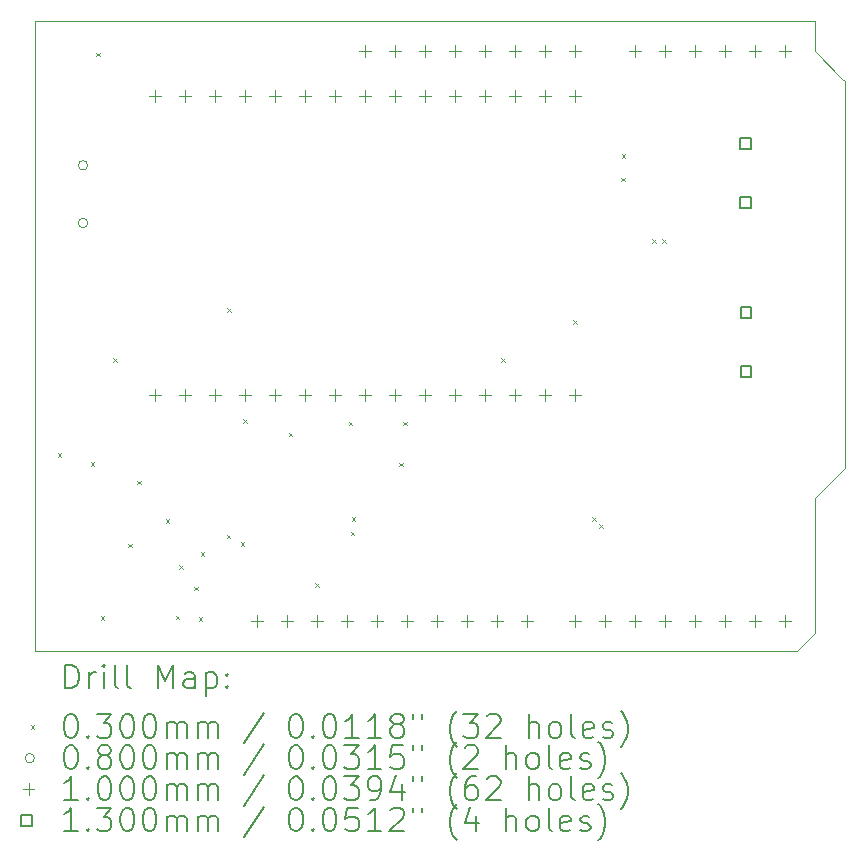
<source format=gbr>
%TF.GenerationSoftware,KiCad,Pcbnew,8.0.2*%
%TF.CreationDate,2024-05-23T15:50:05-04:00*%
%TF.ProjectId,ORA_Arduino_ESP_CAN_Shield_Rev_1.1,4f52415f-4172-4647-9569-6e6f5f455350,rev?*%
%TF.SameCoordinates,Original*%
%TF.FileFunction,Drillmap*%
%TF.FilePolarity,Positive*%
%FSLAX45Y45*%
G04 Gerber Fmt 4.5, Leading zero omitted, Abs format (unit mm)*
G04 Created by KiCad (PCBNEW 8.0.2) date 2024-05-23 15:50:05*
%MOMM*%
%LPD*%
G01*
G04 APERTURE LIST*
%ADD10C,0.050000*%
%ADD11C,0.200000*%
%ADD12C,0.100000*%
%ADD13C,0.130000*%
G04 APERTURE END LIST*
D10*
X9230000Y-6067000D02*
X9236000Y-6061000D01*
X8982000Y-6315000D02*
X8982000Y-6327000D01*
X9227000Y-6070000D02*
X9230000Y-6067000D01*
X2378000Y-2277000D02*
X2378000Y-7596000D01*
X8982000Y-7431000D02*
X8982000Y-6327000D01*
X2378000Y-7611000D02*
X8819000Y-7611000D01*
X8982000Y-2531000D02*
X8982000Y-2290000D01*
X7533000Y-2277000D02*
X2378000Y-2277000D01*
X8851000Y-7590000D02*
X8972000Y-7469000D01*
X9236000Y-2785000D02*
X9216000Y-2765000D01*
X8830000Y-7611000D02*
X8819000Y-7611000D01*
X9216000Y-2765000D02*
X8982000Y-2531000D01*
X2378000Y-7596000D02*
X2378000Y-7611000D01*
X8982000Y-2290000D02*
X8982000Y-2277000D01*
X8993000Y-6304000D02*
X9227000Y-6070000D01*
X8982000Y-2277000D02*
X8963000Y-2277000D01*
X8982000Y-7459000D02*
X8982000Y-7451000D01*
X9236000Y-2801000D02*
X9236000Y-2785000D01*
X8972000Y-7469000D02*
X8982000Y-7459000D01*
X8982000Y-7431000D02*
X8982000Y-7451000D01*
X8993000Y-6304000D02*
X8982000Y-6315000D01*
X8851000Y-7590000D02*
X8830000Y-7611000D01*
X9236000Y-6061000D02*
X9236000Y-2801000D01*
X8963000Y-2277000D02*
X7533000Y-2277000D01*
D11*
D12*
X2570500Y-5938000D02*
X2600500Y-5968000D01*
X2600500Y-5938000D02*
X2570500Y-5968000D01*
X2852500Y-6014000D02*
X2882500Y-6044000D01*
X2882500Y-6014000D02*
X2852500Y-6044000D01*
X2897000Y-2547000D02*
X2927000Y-2577000D01*
X2927000Y-2547000D02*
X2897000Y-2577000D01*
X2938000Y-7315000D02*
X2968000Y-7345000D01*
X2968000Y-7315000D02*
X2938000Y-7345000D01*
X3041000Y-5133000D02*
X3071000Y-5163000D01*
X3071000Y-5133000D02*
X3041000Y-5163000D01*
X3169000Y-6704000D02*
X3199000Y-6734000D01*
X3199000Y-6704000D02*
X3169000Y-6734000D01*
X3247500Y-6167000D02*
X3277500Y-6197000D01*
X3277500Y-6167000D02*
X3247500Y-6197000D01*
X3488500Y-6494000D02*
X3518500Y-6524000D01*
X3518500Y-6494000D02*
X3488500Y-6524000D01*
X3571000Y-7311000D02*
X3601000Y-7341000D01*
X3601000Y-7311000D02*
X3571000Y-7341000D01*
X3599000Y-6885000D02*
X3629000Y-6915000D01*
X3629000Y-6885000D02*
X3599000Y-6915000D01*
X3729000Y-7066000D02*
X3759000Y-7096000D01*
X3759000Y-7066000D02*
X3729000Y-7096000D01*
X3766000Y-7326000D02*
X3796000Y-7356000D01*
X3796000Y-7326000D02*
X3766000Y-7356000D01*
X3784000Y-6772000D02*
X3814000Y-6802000D01*
X3814000Y-6772000D02*
X3784000Y-6802000D01*
X4001500Y-6626000D02*
X4031500Y-6656000D01*
X4031500Y-6626000D02*
X4001500Y-6656000D01*
X4007500Y-4709000D02*
X4037500Y-4739000D01*
X4037500Y-4709000D02*
X4007500Y-4739000D01*
X4121500Y-6689000D02*
X4151500Y-6719000D01*
X4151500Y-6689000D02*
X4121500Y-6719000D01*
X4143500Y-5650000D02*
X4173500Y-5680000D01*
X4173500Y-5650000D02*
X4143500Y-5680000D01*
X4526500Y-5763000D02*
X4556500Y-5793000D01*
X4556500Y-5763000D02*
X4526500Y-5793000D01*
X4751500Y-7038000D02*
X4781500Y-7068000D01*
X4781500Y-7038000D02*
X4751500Y-7068000D01*
X5035500Y-5669000D02*
X5065500Y-5699000D01*
X5065500Y-5669000D02*
X5035500Y-5699000D01*
X5052000Y-6601000D02*
X5082000Y-6631000D01*
X5082000Y-6601000D02*
X5052000Y-6631000D01*
X5060000Y-6476000D02*
X5090000Y-6506000D01*
X5090000Y-6476000D02*
X5060000Y-6506000D01*
X5462500Y-6018000D02*
X5492500Y-6048000D01*
X5492500Y-6018000D02*
X5462500Y-6048000D01*
X5498500Y-5671000D02*
X5528500Y-5701000D01*
X5528500Y-5671000D02*
X5498500Y-5701000D01*
X6329000Y-5133000D02*
X6359000Y-5163000D01*
X6359000Y-5133000D02*
X6329000Y-5163000D01*
X6939000Y-4812000D02*
X6969000Y-4842000D01*
X6969000Y-4812000D02*
X6939000Y-4842000D01*
X7098948Y-6478948D02*
X7128948Y-6508948D01*
X7128948Y-6478948D02*
X7098948Y-6508948D01*
X7159052Y-6539052D02*
X7189052Y-6569052D01*
X7189052Y-6539052D02*
X7159052Y-6569052D01*
X7345000Y-3604000D02*
X7375000Y-3634000D01*
X7375000Y-3604000D02*
X7345000Y-3634000D01*
X7348000Y-3405000D02*
X7378000Y-3435000D01*
X7378000Y-3405000D02*
X7348000Y-3435000D01*
X7604500Y-4122000D02*
X7634500Y-4152000D01*
X7634500Y-4122000D02*
X7604500Y-4152000D01*
X7689500Y-4122000D02*
X7719500Y-4152000D01*
X7719500Y-4122000D02*
X7689500Y-4152000D01*
X2826500Y-3499000D02*
G75*
G02*
X2746500Y-3499000I-40000J0D01*
G01*
X2746500Y-3499000D02*
G75*
G02*
X2826500Y-3499000I40000J0D01*
G01*
X2826500Y-3987000D02*
G75*
G02*
X2746500Y-3987000I-40000J0D01*
G01*
X2746500Y-3987000D02*
G75*
G02*
X2826500Y-3987000I40000J0D01*
G01*
X3397000Y-2861000D02*
X3397000Y-2961000D01*
X3347000Y-2911000D02*
X3447000Y-2911000D01*
X3397000Y-5396000D02*
X3397000Y-5496000D01*
X3347000Y-5446000D02*
X3447000Y-5446000D01*
X3651000Y-2861000D02*
X3651000Y-2961000D01*
X3601000Y-2911000D02*
X3701000Y-2911000D01*
X3651000Y-5396000D02*
X3651000Y-5496000D01*
X3601000Y-5446000D02*
X3701000Y-5446000D01*
X3905000Y-2861000D02*
X3905000Y-2961000D01*
X3855000Y-2911000D02*
X3955000Y-2911000D01*
X3905000Y-5396000D02*
X3905000Y-5496000D01*
X3855000Y-5446000D02*
X3955000Y-5446000D01*
X4159000Y-2861000D02*
X4159000Y-2961000D01*
X4109000Y-2911000D02*
X4209000Y-2911000D01*
X4159000Y-5396000D02*
X4159000Y-5496000D01*
X4109000Y-5446000D02*
X4209000Y-5446000D01*
X4256000Y-7308000D02*
X4256000Y-7408000D01*
X4206000Y-7358000D02*
X4306000Y-7358000D01*
X4413000Y-2861000D02*
X4413000Y-2961000D01*
X4363000Y-2911000D02*
X4463000Y-2911000D01*
X4413000Y-5396000D02*
X4413000Y-5496000D01*
X4363000Y-5446000D02*
X4463000Y-5446000D01*
X4510000Y-7308000D02*
X4510000Y-7408000D01*
X4460000Y-7358000D02*
X4560000Y-7358000D01*
X4667000Y-2861000D02*
X4667000Y-2961000D01*
X4617000Y-2911000D02*
X4717000Y-2911000D01*
X4667000Y-5396000D02*
X4667000Y-5496000D01*
X4617000Y-5446000D02*
X4717000Y-5446000D01*
X4764000Y-7308000D02*
X4764000Y-7408000D01*
X4714000Y-7358000D02*
X4814000Y-7358000D01*
X4921000Y-2861000D02*
X4921000Y-2961000D01*
X4871000Y-2911000D02*
X4971000Y-2911000D01*
X4921000Y-5396000D02*
X4921000Y-5496000D01*
X4871000Y-5446000D02*
X4971000Y-5446000D01*
X5018000Y-7308000D02*
X5018000Y-7408000D01*
X4968000Y-7358000D02*
X5068000Y-7358000D01*
X5171500Y-2482000D02*
X5171500Y-2582000D01*
X5121500Y-2532000D02*
X5221500Y-2532000D01*
X5175000Y-2861000D02*
X5175000Y-2961000D01*
X5125000Y-2911000D02*
X5225000Y-2911000D01*
X5175000Y-5396000D02*
X5175000Y-5496000D01*
X5125000Y-5446000D02*
X5225000Y-5446000D01*
X5272000Y-7308000D02*
X5272000Y-7408000D01*
X5222000Y-7358000D02*
X5322000Y-7358000D01*
X5425500Y-2482000D02*
X5425500Y-2582000D01*
X5375500Y-2532000D02*
X5475500Y-2532000D01*
X5429000Y-2861000D02*
X5429000Y-2961000D01*
X5379000Y-2911000D02*
X5479000Y-2911000D01*
X5429000Y-5396000D02*
X5429000Y-5496000D01*
X5379000Y-5446000D02*
X5479000Y-5446000D01*
X5526000Y-7308000D02*
X5526000Y-7408000D01*
X5476000Y-7358000D02*
X5576000Y-7358000D01*
X5679500Y-2482000D02*
X5679500Y-2582000D01*
X5629500Y-2532000D02*
X5729500Y-2532000D01*
X5683000Y-2861000D02*
X5683000Y-2961000D01*
X5633000Y-2911000D02*
X5733000Y-2911000D01*
X5683000Y-5396000D02*
X5683000Y-5496000D01*
X5633000Y-5446000D02*
X5733000Y-5446000D01*
X5780000Y-7308000D02*
X5780000Y-7408000D01*
X5730000Y-7358000D02*
X5830000Y-7358000D01*
X5933500Y-2482000D02*
X5933500Y-2582000D01*
X5883500Y-2532000D02*
X5983500Y-2532000D01*
X5937000Y-2861000D02*
X5937000Y-2961000D01*
X5887000Y-2911000D02*
X5987000Y-2911000D01*
X5937000Y-5396000D02*
X5937000Y-5496000D01*
X5887000Y-5446000D02*
X5987000Y-5446000D01*
X6034000Y-7308000D02*
X6034000Y-7408000D01*
X5984000Y-7358000D02*
X6084000Y-7358000D01*
X6187500Y-2482000D02*
X6187500Y-2582000D01*
X6137500Y-2532000D02*
X6237500Y-2532000D01*
X6191000Y-2861000D02*
X6191000Y-2961000D01*
X6141000Y-2911000D02*
X6241000Y-2911000D01*
X6191000Y-5396000D02*
X6191000Y-5496000D01*
X6141000Y-5446000D02*
X6241000Y-5446000D01*
X6288000Y-7308000D02*
X6288000Y-7408000D01*
X6238000Y-7358000D02*
X6338000Y-7358000D01*
X6441500Y-2482000D02*
X6441500Y-2582000D01*
X6391500Y-2532000D02*
X6491500Y-2532000D01*
X6445000Y-2861000D02*
X6445000Y-2961000D01*
X6395000Y-2911000D02*
X6495000Y-2911000D01*
X6445000Y-5396000D02*
X6445000Y-5496000D01*
X6395000Y-5446000D02*
X6495000Y-5446000D01*
X6542000Y-7308000D02*
X6542000Y-7408000D01*
X6492000Y-7358000D02*
X6592000Y-7358000D01*
X6695500Y-2482000D02*
X6695500Y-2582000D01*
X6645500Y-2532000D02*
X6745500Y-2532000D01*
X6699000Y-2861000D02*
X6699000Y-2961000D01*
X6649000Y-2911000D02*
X6749000Y-2911000D01*
X6699000Y-5396000D02*
X6699000Y-5496000D01*
X6649000Y-5446000D02*
X6749000Y-5446000D01*
X6949000Y-7308000D02*
X6949000Y-7408000D01*
X6899000Y-7358000D02*
X6999000Y-7358000D01*
X6949500Y-2482000D02*
X6949500Y-2582000D01*
X6899500Y-2532000D02*
X6999500Y-2532000D01*
X6953000Y-2861000D02*
X6953000Y-2961000D01*
X6903000Y-2911000D02*
X7003000Y-2911000D01*
X6953000Y-5396000D02*
X6953000Y-5496000D01*
X6903000Y-5446000D02*
X7003000Y-5446000D01*
X7203000Y-7308000D02*
X7203000Y-7408000D01*
X7153000Y-7358000D02*
X7253000Y-7358000D01*
X7457000Y-2481000D02*
X7457000Y-2581000D01*
X7407000Y-2531000D02*
X7507000Y-2531000D01*
X7457000Y-7308000D02*
X7457000Y-7408000D01*
X7407000Y-7358000D02*
X7507000Y-7358000D01*
X7711000Y-2481000D02*
X7711000Y-2581000D01*
X7661000Y-2531000D02*
X7761000Y-2531000D01*
X7711000Y-7308000D02*
X7711000Y-7408000D01*
X7661000Y-7358000D02*
X7761000Y-7358000D01*
X7965000Y-2481000D02*
X7965000Y-2581000D01*
X7915000Y-2531000D02*
X8015000Y-2531000D01*
X7965000Y-7308000D02*
X7965000Y-7408000D01*
X7915000Y-7358000D02*
X8015000Y-7358000D01*
X8219000Y-2481000D02*
X8219000Y-2581000D01*
X8169000Y-2531000D02*
X8269000Y-2531000D01*
X8219000Y-7308000D02*
X8219000Y-7408000D01*
X8169000Y-7358000D02*
X8269000Y-7358000D01*
X8473000Y-2481000D02*
X8473000Y-2581000D01*
X8423000Y-2531000D02*
X8523000Y-2531000D01*
X8473000Y-7308000D02*
X8473000Y-7408000D01*
X8423000Y-7358000D02*
X8523000Y-7358000D01*
X8727000Y-2481000D02*
X8727000Y-2581000D01*
X8677000Y-2531000D02*
X8777000Y-2531000D01*
X8727000Y-7308000D02*
X8727000Y-7408000D01*
X8677000Y-7358000D02*
X8777000Y-7358000D01*
D13*
X8439962Y-3356962D02*
X8439962Y-3265038D01*
X8348038Y-3265038D01*
X8348038Y-3356962D01*
X8439962Y-3356962D01*
X8439962Y-3856962D02*
X8439962Y-3765038D01*
X8348038Y-3765038D01*
X8348038Y-3856962D01*
X8439962Y-3856962D01*
X8444962Y-4787962D02*
X8444962Y-4696038D01*
X8353038Y-4696038D01*
X8353038Y-4787962D01*
X8444962Y-4787962D01*
X8444962Y-5287962D02*
X8444962Y-5196038D01*
X8353038Y-5196038D01*
X8353038Y-5287962D01*
X8444962Y-5287962D01*
D11*
X2636277Y-7924984D02*
X2636277Y-7724984D01*
X2636277Y-7724984D02*
X2683896Y-7724984D01*
X2683896Y-7724984D02*
X2712467Y-7734508D01*
X2712467Y-7734508D02*
X2731515Y-7753555D01*
X2731515Y-7753555D02*
X2741039Y-7772603D01*
X2741039Y-7772603D02*
X2750563Y-7810698D01*
X2750563Y-7810698D02*
X2750563Y-7839269D01*
X2750563Y-7839269D02*
X2741039Y-7877365D01*
X2741039Y-7877365D02*
X2731515Y-7896412D01*
X2731515Y-7896412D02*
X2712467Y-7915460D01*
X2712467Y-7915460D02*
X2683896Y-7924984D01*
X2683896Y-7924984D02*
X2636277Y-7924984D01*
X2836277Y-7924984D02*
X2836277Y-7791650D01*
X2836277Y-7829746D02*
X2845801Y-7810698D01*
X2845801Y-7810698D02*
X2855324Y-7801174D01*
X2855324Y-7801174D02*
X2874372Y-7791650D01*
X2874372Y-7791650D02*
X2893420Y-7791650D01*
X2960086Y-7924984D02*
X2960086Y-7791650D01*
X2960086Y-7724984D02*
X2950562Y-7734508D01*
X2950562Y-7734508D02*
X2960086Y-7744031D01*
X2960086Y-7744031D02*
X2969610Y-7734508D01*
X2969610Y-7734508D02*
X2960086Y-7724984D01*
X2960086Y-7724984D02*
X2960086Y-7744031D01*
X3083896Y-7924984D02*
X3064848Y-7915460D01*
X3064848Y-7915460D02*
X3055324Y-7896412D01*
X3055324Y-7896412D02*
X3055324Y-7724984D01*
X3188658Y-7924984D02*
X3169610Y-7915460D01*
X3169610Y-7915460D02*
X3160086Y-7896412D01*
X3160086Y-7896412D02*
X3160086Y-7724984D01*
X3417229Y-7924984D02*
X3417229Y-7724984D01*
X3417229Y-7724984D02*
X3483896Y-7867841D01*
X3483896Y-7867841D02*
X3550562Y-7724984D01*
X3550562Y-7724984D02*
X3550562Y-7924984D01*
X3731515Y-7924984D02*
X3731515Y-7820222D01*
X3731515Y-7820222D02*
X3721991Y-7801174D01*
X3721991Y-7801174D02*
X3702943Y-7791650D01*
X3702943Y-7791650D02*
X3664848Y-7791650D01*
X3664848Y-7791650D02*
X3645801Y-7801174D01*
X3731515Y-7915460D02*
X3712467Y-7924984D01*
X3712467Y-7924984D02*
X3664848Y-7924984D01*
X3664848Y-7924984D02*
X3645801Y-7915460D01*
X3645801Y-7915460D02*
X3636277Y-7896412D01*
X3636277Y-7896412D02*
X3636277Y-7877365D01*
X3636277Y-7877365D02*
X3645801Y-7858317D01*
X3645801Y-7858317D02*
X3664848Y-7848793D01*
X3664848Y-7848793D02*
X3712467Y-7848793D01*
X3712467Y-7848793D02*
X3731515Y-7839269D01*
X3826753Y-7791650D02*
X3826753Y-7991650D01*
X3826753Y-7801174D02*
X3845801Y-7791650D01*
X3845801Y-7791650D02*
X3883896Y-7791650D01*
X3883896Y-7791650D02*
X3902943Y-7801174D01*
X3902943Y-7801174D02*
X3912467Y-7810698D01*
X3912467Y-7810698D02*
X3921991Y-7829746D01*
X3921991Y-7829746D02*
X3921991Y-7886888D01*
X3921991Y-7886888D02*
X3912467Y-7905936D01*
X3912467Y-7905936D02*
X3902943Y-7915460D01*
X3902943Y-7915460D02*
X3883896Y-7924984D01*
X3883896Y-7924984D02*
X3845801Y-7924984D01*
X3845801Y-7924984D02*
X3826753Y-7915460D01*
X4007705Y-7905936D02*
X4017229Y-7915460D01*
X4017229Y-7915460D02*
X4007705Y-7924984D01*
X4007705Y-7924984D02*
X3998182Y-7915460D01*
X3998182Y-7915460D02*
X4007705Y-7905936D01*
X4007705Y-7905936D02*
X4007705Y-7924984D01*
X4007705Y-7801174D02*
X4017229Y-7810698D01*
X4017229Y-7810698D02*
X4007705Y-7820222D01*
X4007705Y-7820222D02*
X3998182Y-7810698D01*
X3998182Y-7810698D02*
X4007705Y-7801174D01*
X4007705Y-7801174D02*
X4007705Y-7820222D01*
D12*
X2345500Y-8238500D02*
X2375500Y-8268500D01*
X2375500Y-8238500D02*
X2345500Y-8268500D01*
D11*
X2674372Y-8144984D02*
X2693420Y-8144984D01*
X2693420Y-8144984D02*
X2712467Y-8154508D01*
X2712467Y-8154508D02*
X2721991Y-8164031D01*
X2721991Y-8164031D02*
X2731515Y-8183079D01*
X2731515Y-8183079D02*
X2741039Y-8221174D01*
X2741039Y-8221174D02*
X2741039Y-8268793D01*
X2741039Y-8268793D02*
X2731515Y-8306888D01*
X2731515Y-8306888D02*
X2721991Y-8325936D01*
X2721991Y-8325936D02*
X2712467Y-8335460D01*
X2712467Y-8335460D02*
X2693420Y-8344984D01*
X2693420Y-8344984D02*
X2674372Y-8344984D01*
X2674372Y-8344984D02*
X2655324Y-8335460D01*
X2655324Y-8335460D02*
X2645801Y-8325936D01*
X2645801Y-8325936D02*
X2636277Y-8306888D01*
X2636277Y-8306888D02*
X2626753Y-8268793D01*
X2626753Y-8268793D02*
X2626753Y-8221174D01*
X2626753Y-8221174D02*
X2636277Y-8183079D01*
X2636277Y-8183079D02*
X2645801Y-8164031D01*
X2645801Y-8164031D02*
X2655324Y-8154508D01*
X2655324Y-8154508D02*
X2674372Y-8144984D01*
X2826753Y-8325936D02*
X2836277Y-8335460D01*
X2836277Y-8335460D02*
X2826753Y-8344984D01*
X2826753Y-8344984D02*
X2817229Y-8335460D01*
X2817229Y-8335460D02*
X2826753Y-8325936D01*
X2826753Y-8325936D02*
X2826753Y-8344984D01*
X2902943Y-8144984D02*
X3026753Y-8144984D01*
X3026753Y-8144984D02*
X2960086Y-8221174D01*
X2960086Y-8221174D02*
X2988658Y-8221174D01*
X2988658Y-8221174D02*
X3007705Y-8230698D01*
X3007705Y-8230698D02*
X3017229Y-8240222D01*
X3017229Y-8240222D02*
X3026753Y-8259269D01*
X3026753Y-8259269D02*
X3026753Y-8306888D01*
X3026753Y-8306888D02*
X3017229Y-8325936D01*
X3017229Y-8325936D02*
X3007705Y-8335460D01*
X3007705Y-8335460D02*
X2988658Y-8344984D01*
X2988658Y-8344984D02*
X2931515Y-8344984D01*
X2931515Y-8344984D02*
X2912467Y-8335460D01*
X2912467Y-8335460D02*
X2902943Y-8325936D01*
X3150562Y-8144984D02*
X3169610Y-8144984D01*
X3169610Y-8144984D02*
X3188658Y-8154508D01*
X3188658Y-8154508D02*
X3198182Y-8164031D01*
X3198182Y-8164031D02*
X3207705Y-8183079D01*
X3207705Y-8183079D02*
X3217229Y-8221174D01*
X3217229Y-8221174D02*
X3217229Y-8268793D01*
X3217229Y-8268793D02*
X3207705Y-8306888D01*
X3207705Y-8306888D02*
X3198182Y-8325936D01*
X3198182Y-8325936D02*
X3188658Y-8335460D01*
X3188658Y-8335460D02*
X3169610Y-8344984D01*
X3169610Y-8344984D02*
X3150562Y-8344984D01*
X3150562Y-8344984D02*
X3131515Y-8335460D01*
X3131515Y-8335460D02*
X3121991Y-8325936D01*
X3121991Y-8325936D02*
X3112467Y-8306888D01*
X3112467Y-8306888D02*
X3102943Y-8268793D01*
X3102943Y-8268793D02*
X3102943Y-8221174D01*
X3102943Y-8221174D02*
X3112467Y-8183079D01*
X3112467Y-8183079D02*
X3121991Y-8164031D01*
X3121991Y-8164031D02*
X3131515Y-8154508D01*
X3131515Y-8154508D02*
X3150562Y-8144984D01*
X3341039Y-8144984D02*
X3360086Y-8144984D01*
X3360086Y-8144984D02*
X3379134Y-8154508D01*
X3379134Y-8154508D02*
X3388658Y-8164031D01*
X3388658Y-8164031D02*
X3398182Y-8183079D01*
X3398182Y-8183079D02*
X3407705Y-8221174D01*
X3407705Y-8221174D02*
X3407705Y-8268793D01*
X3407705Y-8268793D02*
X3398182Y-8306888D01*
X3398182Y-8306888D02*
X3388658Y-8325936D01*
X3388658Y-8325936D02*
X3379134Y-8335460D01*
X3379134Y-8335460D02*
X3360086Y-8344984D01*
X3360086Y-8344984D02*
X3341039Y-8344984D01*
X3341039Y-8344984D02*
X3321991Y-8335460D01*
X3321991Y-8335460D02*
X3312467Y-8325936D01*
X3312467Y-8325936D02*
X3302943Y-8306888D01*
X3302943Y-8306888D02*
X3293420Y-8268793D01*
X3293420Y-8268793D02*
X3293420Y-8221174D01*
X3293420Y-8221174D02*
X3302943Y-8183079D01*
X3302943Y-8183079D02*
X3312467Y-8164031D01*
X3312467Y-8164031D02*
X3321991Y-8154508D01*
X3321991Y-8154508D02*
X3341039Y-8144984D01*
X3493420Y-8344984D02*
X3493420Y-8211650D01*
X3493420Y-8230698D02*
X3502943Y-8221174D01*
X3502943Y-8221174D02*
X3521991Y-8211650D01*
X3521991Y-8211650D02*
X3550563Y-8211650D01*
X3550563Y-8211650D02*
X3569610Y-8221174D01*
X3569610Y-8221174D02*
X3579134Y-8240222D01*
X3579134Y-8240222D02*
X3579134Y-8344984D01*
X3579134Y-8240222D02*
X3588658Y-8221174D01*
X3588658Y-8221174D02*
X3607705Y-8211650D01*
X3607705Y-8211650D02*
X3636277Y-8211650D01*
X3636277Y-8211650D02*
X3655324Y-8221174D01*
X3655324Y-8221174D02*
X3664848Y-8240222D01*
X3664848Y-8240222D02*
X3664848Y-8344984D01*
X3760086Y-8344984D02*
X3760086Y-8211650D01*
X3760086Y-8230698D02*
X3769610Y-8221174D01*
X3769610Y-8221174D02*
X3788658Y-8211650D01*
X3788658Y-8211650D02*
X3817229Y-8211650D01*
X3817229Y-8211650D02*
X3836277Y-8221174D01*
X3836277Y-8221174D02*
X3845801Y-8240222D01*
X3845801Y-8240222D02*
X3845801Y-8344984D01*
X3845801Y-8240222D02*
X3855324Y-8221174D01*
X3855324Y-8221174D02*
X3874372Y-8211650D01*
X3874372Y-8211650D02*
X3902943Y-8211650D01*
X3902943Y-8211650D02*
X3921991Y-8221174D01*
X3921991Y-8221174D02*
X3931515Y-8240222D01*
X3931515Y-8240222D02*
X3931515Y-8344984D01*
X4321991Y-8135460D02*
X4150563Y-8392603D01*
X4579134Y-8144984D02*
X4598182Y-8144984D01*
X4598182Y-8144984D02*
X4617229Y-8154508D01*
X4617229Y-8154508D02*
X4626753Y-8164031D01*
X4626753Y-8164031D02*
X4636277Y-8183079D01*
X4636277Y-8183079D02*
X4645801Y-8221174D01*
X4645801Y-8221174D02*
X4645801Y-8268793D01*
X4645801Y-8268793D02*
X4636277Y-8306888D01*
X4636277Y-8306888D02*
X4626753Y-8325936D01*
X4626753Y-8325936D02*
X4617229Y-8335460D01*
X4617229Y-8335460D02*
X4598182Y-8344984D01*
X4598182Y-8344984D02*
X4579134Y-8344984D01*
X4579134Y-8344984D02*
X4560087Y-8335460D01*
X4560087Y-8335460D02*
X4550563Y-8325936D01*
X4550563Y-8325936D02*
X4541039Y-8306888D01*
X4541039Y-8306888D02*
X4531515Y-8268793D01*
X4531515Y-8268793D02*
X4531515Y-8221174D01*
X4531515Y-8221174D02*
X4541039Y-8183079D01*
X4541039Y-8183079D02*
X4550563Y-8164031D01*
X4550563Y-8164031D02*
X4560087Y-8154508D01*
X4560087Y-8154508D02*
X4579134Y-8144984D01*
X4731515Y-8325936D02*
X4741039Y-8335460D01*
X4741039Y-8335460D02*
X4731515Y-8344984D01*
X4731515Y-8344984D02*
X4721991Y-8335460D01*
X4721991Y-8335460D02*
X4731515Y-8325936D01*
X4731515Y-8325936D02*
X4731515Y-8344984D01*
X4864848Y-8144984D02*
X4883896Y-8144984D01*
X4883896Y-8144984D02*
X4902944Y-8154508D01*
X4902944Y-8154508D02*
X4912468Y-8164031D01*
X4912468Y-8164031D02*
X4921991Y-8183079D01*
X4921991Y-8183079D02*
X4931515Y-8221174D01*
X4931515Y-8221174D02*
X4931515Y-8268793D01*
X4931515Y-8268793D02*
X4921991Y-8306888D01*
X4921991Y-8306888D02*
X4912468Y-8325936D01*
X4912468Y-8325936D02*
X4902944Y-8335460D01*
X4902944Y-8335460D02*
X4883896Y-8344984D01*
X4883896Y-8344984D02*
X4864848Y-8344984D01*
X4864848Y-8344984D02*
X4845801Y-8335460D01*
X4845801Y-8335460D02*
X4836277Y-8325936D01*
X4836277Y-8325936D02*
X4826753Y-8306888D01*
X4826753Y-8306888D02*
X4817229Y-8268793D01*
X4817229Y-8268793D02*
X4817229Y-8221174D01*
X4817229Y-8221174D02*
X4826753Y-8183079D01*
X4826753Y-8183079D02*
X4836277Y-8164031D01*
X4836277Y-8164031D02*
X4845801Y-8154508D01*
X4845801Y-8154508D02*
X4864848Y-8144984D01*
X5121991Y-8344984D02*
X5007706Y-8344984D01*
X5064848Y-8344984D02*
X5064848Y-8144984D01*
X5064848Y-8144984D02*
X5045801Y-8173555D01*
X5045801Y-8173555D02*
X5026753Y-8192603D01*
X5026753Y-8192603D02*
X5007706Y-8202127D01*
X5312468Y-8344984D02*
X5198182Y-8344984D01*
X5255325Y-8344984D02*
X5255325Y-8144984D01*
X5255325Y-8144984D02*
X5236277Y-8173555D01*
X5236277Y-8173555D02*
X5217229Y-8192603D01*
X5217229Y-8192603D02*
X5198182Y-8202127D01*
X5426753Y-8230698D02*
X5407706Y-8221174D01*
X5407706Y-8221174D02*
X5398182Y-8211650D01*
X5398182Y-8211650D02*
X5388658Y-8192603D01*
X5388658Y-8192603D02*
X5388658Y-8183079D01*
X5388658Y-8183079D02*
X5398182Y-8164031D01*
X5398182Y-8164031D02*
X5407706Y-8154508D01*
X5407706Y-8154508D02*
X5426753Y-8144984D01*
X5426753Y-8144984D02*
X5464849Y-8144984D01*
X5464849Y-8144984D02*
X5483896Y-8154508D01*
X5483896Y-8154508D02*
X5493420Y-8164031D01*
X5493420Y-8164031D02*
X5502944Y-8183079D01*
X5502944Y-8183079D02*
X5502944Y-8192603D01*
X5502944Y-8192603D02*
X5493420Y-8211650D01*
X5493420Y-8211650D02*
X5483896Y-8221174D01*
X5483896Y-8221174D02*
X5464849Y-8230698D01*
X5464849Y-8230698D02*
X5426753Y-8230698D01*
X5426753Y-8230698D02*
X5407706Y-8240222D01*
X5407706Y-8240222D02*
X5398182Y-8249746D01*
X5398182Y-8249746D02*
X5388658Y-8268793D01*
X5388658Y-8268793D02*
X5388658Y-8306888D01*
X5388658Y-8306888D02*
X5398182Y-8325936D01*
X5398182Y-8325936D02*
X5407706Y-8335460D01*
X5407706Y-8335460D02*
X5426753Y-8344984D01*
X5426753Y-8344984D02*
X5464849Y-8344984D01*
X5464849Y-8344984D02*
X5483896Y-8335460D01*
X5483896Y-8335460D02*
X5493420Y-8325936D01*
X5493420Y-8325936D02*
X5502944Y-8306888D01*
X5502944Y-8306888D02*
X5502944Y-8268793D01*
X5502944Y-8268793D02*
X5493420Y-8249746D01*
X5493420Y-8249746D02*
X5483896Y-8240222D01*
X5483896Y-8240222D02*
X5464849Y-8230698D01*
X5579134Y-8144984D02*
X5579134Y-8183079D01*
X5655325Y-8144984D02*
X5655325Y-8183079D01*
X5950563Y-8421174D02*
X5941039Y-8411650D01*
X5941039Y-8411650D02*
X5921991Y-8383079D01*
X5921991Y-8383079D02*
X5912468Y-8364031D01*
X5912468Y-8364031D02*
X5902944Y-8335460D01*
X5902944Y-8335460D02*
X5893420Y-8287841D01*
X5893420Y-8287841D02*
X5893420Y-8249746D01*
X5893420Y-8249746D02*
X5902944Y-8202127D01*
X5902944Y-8202127D02*
X5912468Y-8173555D01*
X5912468Y-8173555D02*
X5921991Y-8154508D01*
X5921991Y-8154508D02*
X5941039Y-8125936D01*
X5941039Y-8125936D02*
X5950563Y-8116412D01*
X6007706Y-8144984D02*
X6131515Y-8144984D01*
X6131515Y-8144984D02*
X6064848Y-8221174D01*
X6064848Y-8221174D02*
X6093420Y-8221174D01*
X6093420Y-8221174D02*
X6112468Y-8230698D01*
X6112468Y-8230698D02*
X6121991Y-8240222D01*
X6121991Y-8240222D02*
X6131515Y-8259269D01*
X6131515Y-8259269D02*
X6131515Y-8306888D01*
X6131515Y-8306888D02*
X6121991Y-8325936D01*
X6121991Y-8325936D02*
X6112468Y-8335460D01*
X6112468Y-8335460D02*
X6093420Y-8344984D01*
X6093420Y-8344984D02*
X6036277Y-8344984D01*
X6036277Y-8344984D02*
X6017229Y-8335460D01*
X6017229Y-8335460D02*
X6007706Y-8325936D01*
X6207706Y-8164031D02*
X6217229Y-8154508D01*
X6217229Y-8154508D02*
X6236277Y-8144984D01*
X6236277Y-8144984D02*
X6283896Y-8144984D01*
X6283896Y-8144984D02*
X6302944Y-8154508D01*
X6302944Y-8154508D02*
X6312468Y-8164031D01*
X6312468Y-8164031D02*
X6321991Y-8183079D01*
X6321991Y-8183079D02*
X6321991Y-8202127D01*
X6321991Y-8202127D02*
X6312468Y-8230698D01*
X6312468Y-8230698D02*
X6198182Y-8344984D01*
X6198182Y-8344984D02*
X6321991Y-8344984D01*
X6560087Y-8344984D02*
X6560087Y-8144984D01*
X6645801Y-8344984D02*
X6645801Y-8240222D01*
X6645801Y-8240222D02*
X6636277Y-8221174D01*
X6636277Y-8221174D02*
X6617230Y-8211650D01*
X6617230Y-8211650D02*
X6588658Y-8211650D01*
X6588658Y-8211650D02*
X6569610Y-8221174D01*
X6569610Y-8221174D02*
X6560087Y-8230698D01*
X6769610Y-8344984D02*
X6750563Y-8335460D01*
X6750563Y-8335460D02*
X6741039Y-8325936D01*
X6741039Y-8325936D02*
X6731515Y-8306888D01*
X6731515Y-8306888D02*
X6731515Y-8249746D01*
X6731515Y-8249746D02*
X6741039Y-8230698D01*
X6741039Y-8230698D02*
X6750563Y-8221174D01*
X6750563Y-8221174D02*
X6769610Y-8211650D01*
X6769610Y-8211650D02*
X6798182Y-8211650D01*
X6798182Y-8211650D02*
X6817230Y-8221174D01*
X6817230Y-8221174D02*
X6826753Y-8230698D01*
X6826753Y-8230698D02*
X6836277Y-8249746D01*
X6836277Y-8249746D02*
X6836277Y-8306888D01*
X6836277Y-8306888D02*
X6826753Y-8325936D01*
X6826753Y-8325936D02*
X6817230Y-8335460D01*
X6817230Y-8335460D02*
X6798182Y-8344984D01*
X6798182Y-8344984D02*
X6769610Y-8344984D01*
X6950563Y-8344984D02*
X6931515Y-8335460D01*
X6931515Y-8335460D02*
X6921991Y-8316412D01*
X6921991Y-8316412D02*
X6921991Y-8144984D01*
X7102944Y-8335460D02*
X7083896Y-8344984D01*
X7083896Y-8344984D02*
X7045801Y-8344984D01*
X7045801Y-8344984D02*
X7026753Y-8335460D01*
X7026753Y-8335460D02*
X7017230Y-8316412D01*
X7017230Y-8316412D02*
X7017230Y-8240222D01*
X7017230Y-8240222D02*
X7026753Y-8221174D01*
X7026753Y-8221174D02*
X7045801Y-8211650D01*
X7045801Y-8211650D02*
X7083896Y-8211650D01*
X7083896Y-8211650D02*
X7102944Y-8221174D01*
X7102944Y-8221174D02*
X7112468Y-8240222D01*
X7112468Y-8240222D02*
X7112468Y-8259269D01*
X7112468Y-8259269D02*
X7017230Y-8278317D01*
X7188658Y-8335460D02*
X7207706Y-8344984D01*
X7207706Y-8344984D02*
X7245801Y-8344984D01*
X7245801Y-8344984D02*
X7264849Y-8335460D01*
X7264849Y-8335460D02*
X7274372Y-8316412D01*
X7274372Y-8316412D02*
X7274372Y-8306888D01*
X7274372Y-8306888D02*
X7264849Y-8287841D01*
X7264849Y-8287841D02*
X7245801Y-8278317D01*
X7245801Y-8278317D02*
X7217230Y-8278317D01*
X7217230Y-8278317D02*
X7198182Y-8268793D01*
X7198182Y-8268793D02*
X7188658Y-8249746D01*
X7188658Y-8249746D02*
X7188658Y-8240222D01*
X7188658Y-8240222D02*
X7198182Y-8221174D01*
X7198182Y-8221174D02*
X7217230Y-8211650D01*
X7217230Y-8211650D02*
X7245801Y-8211650D01*
X7245801Y-8211650D02*
X7264849Y-8221174D01*
X7341039Y-8421174D02*
X7350563Y-8411650D01*
X7350563Y-8411650D02*
X7369611Y-8383079D01*
X7369611Y-8383079D02*
X7379134Y-8364031D01*
X7379134Y-8364031D02*
X7388658Y-8335460D01*
X7388658Y-8335460D02*
X7398182Y-8287841D01*
X7398182Y-8287841D02*
X7398182Y-8249746D01*
X7398182Y-8249746D02*
X7388658Y-8202127D01*
X7388658Y-8202127D02*
X7379134Y-8173555D01*
X7379134Y-8173555D02*
X7369611Y-8154508D01*
X7369611Y-8154508D02*
X7350563Y-8125936D01*
X7350563Y-8125936D02*
X7341039Y-8116412D01*
D12*
X2375500Y-8517500D02*
G75*
G02*
X2295500Y-8517500I-40000J0D01*
G01*
X2295500Y-8517500D02*
G75*
G02*
X2375500Y-8517500I40000J0D01*
G01*
D11*
X2674372Y-8408984D02*
X2693420Y-8408984D01*
X2693420Y-8408984D02*
X2712467Y-8418508D01*
X2712467Y-8418508D02*
X2721991Y-8428031D01*
X2721991Y-8428031D02*
X2731515Y-8447079D01*
X2731515Y-8447079D02*
X2741039Y-8485174D01*
X2741039Y-8485174D02*
X2741039Y-8532793D01*
X2741039Y-8532793D02*
X2731515Y-8570889D01*
X2731515Y-8570889D02*
X2721991Y-8589936D01*
X2721991Y-8589936D02*
X2712467Y-8599460D01*
X2712467Y-8599460D02*
X2693420Y-8608984D01*
X2693420Y-8608984D02*
X2674372Y-8608984D01*
X2674372Y-8608984D02*
X2655324Y-8599460D01*
X2655324Y-8599460D02*
X2645801Y-8589936D01*
X2645801Y-8589936D02*
X2636277Y-8570889D01*
X2636277Y-8570889D02*
X2626753Y-8532793D01*
X2626753Y-8532793D02*
X2626753Y-8485174D01*
X2626753Y-8485174D02*
X2636277Y-8447079D01*
X2636277Y-8447079D02*
X2645801Y-8428031D01*
X2645801Y-8428031D02*
X2655324Y-8418508D01*
X2655324Y-8418508D02*
X2674372Y-8408984D01*
X2826753Y-8589936D02*
X2836277Y-8599460D01*
X2836277Y-8599460D02*
X2826753Y-8608984D01*
X2826753Y-8608984D02*
X2817229Y-8599460D01*
X2817229Y-8599460D02*
X2826753Y-8589936D01*
X2826753Y-8589936D02*
X2826753Y-8608984D01*
X2950562Y-8494698D02*
X2931515Y-8485174D01*
X2931515Y-8485174D02*
X2921991Y-8475650D01*
X2921991Y-8475650D02*
X2912467Y-8456603D01*
X2912467Y-8456603D02*
X2912467Y-8447079D01*
X2912467Y-8447079D02*
X2921991Y-8428031D01*
X2921991Y-8428031D02*
X2931515Y-8418508D01*
X2931515Y-8418508D02*
X2950562Y-8408984D01*
X2950562Y-8408984D02*
X2988658Y-8408984D01*
X2988658Y-8408984D02*
X3007705Y-8418508D01*
X3007705Y-8418508D02*
X3017229Y-8428031D01*
X3017229Y-8428031D02*
X3026753Y-8447079D01*
X3026753Y-8447079D02*
X3026753Y-8456603D01*
X3026753Y-8456603D02*
X3017229Y-8475650D01*
X3017229Y-8475650D02*
X3007705Y-8485174D01*
X3007705Y-8485174D02*
X2988658Y-8494698D01*
X2988658Y-8494698D02*
X2950562Y-8494698D01*
X2950562Y-8494698D02*
X2931515Y-8504222D01*
X2931515Y-8504222D02*
X2921991Y-8513746D01*
X2921991Y-8513746D02*
X2912467Y-8532793D01*
X2912467Y-8532793D02*
X2912467Y-8570889D01*
X2912467Y-8570889D02*
X2921991Y-8589936D01*
X2921991Y-8589936D02*
X2931515Y-8599460D01*
X2931515Y-8599460D02*
X2950562Y-8608984D01*
X2950562Y-8608984D02*
X2988658Y-8608984D01*
X2988658Y-8608984D02*
X3007705Y-8599460D01*
X3007705Y-8599460D02*
X3017229Y-8589936D01*
X3017229Y-8589936D02*
X3026753Y-8570889D01*
X3026753Y-8570889D02*
X3026753Y-8532793D01*
X3026753Y-8532793D02*
X3017229Y-8513746D01*
X3017229Y-8513746D02*
X3007705Y-8504222D01*
X3007705Y-8504222D02*
X2988658Y-8494698D01*
X3150562Y-8408984D02*
X3169610Y-8408984D01*
X3169610Y-8408984D02*
X3188658Y-8418508D01*
X3188658Y-8418508D02*
X3198182Y-8428031D01*
X3198182Y-8428031D02*
X3207705Y-8447079D01*
X3207705Y-8447079D02*
X3217229Y-8485174D01*
X3217229Y-8485174D02*
X3217229Y-8532793D01*
X3217229Y-8532793D02*
X3207705Y-8570889D01*
X3207705Y-8570889D02*
X3198182Y-8589936D01*
X3198182Y-8589936D02*
X3188658Y-8599460D01*
X3188658Y-8599460D02*
X3169610Y-8608984D01*
X3169610Y-8608984D02*
X3150562Y-8608984D01*
X3150562Y-8608984D02*
X3131515Y-8599460D01*
X3131515Y-8599460D02*
X3121991Y-8589936D01*
X3121991Y-8589936D02*
X3112467Y-8570889D01*
X3112467Y-8570889D02*
X3102943Y-8532793D01*
X3102943Y-8532793D02*
X3102943Y-8485174D01*
X3102943Y-8485174D02*
X3112467Y-8447079D01*
X3112467Y-8447079D02*
X3121991Y-8428031D01*
X3121991Y-8428031D02*
X3131515Y-8418508D01*
X3131515Y-8418508D02*
X3150562Y-8408984D01*
X3341039Y-8408984D02*
X3360086Y-8408984D01*
X3360086Y-8408984D02*
X3379134Y-8418508D01*
X3379134Y-8418508D02*
X3388658Y-8428031D01*
X3388658Y-8428031D02*
X3398182Y-8447079D01*
X3398182Y-8447079D02*
X3407705Y-8485174D01*
X3407705Y-8485174D02*
X3407705Y-8532793D01*
X3407705Y-8532793D02*
X3398182Y-8570889D01*
X3398182Y-8570889D02*
X3388658Y-8589936D01*
X3388658Y-8589936D02*
X3379134Y-8599460D01*
X3379134Y-8599460D02*
X3360086Y-8608984D01*
X3360086Y-8608984D02*
X3341039Y-8608984D01*
X3341039Y-8608984D02*
X3321991Y-8599460D01*
X3321991Y-8599460D02*
X3312467Y-8589936D01*
X3312467Y-8589936D02*
X3302943Y-8570889D01*
X3302943Y-8570889D02*
X3293420Y-8532793D01*
X3293420Y-8532793D02*
X3293420Y-8485174D01*
X3293420Y-8485174D02*
X3302943Y-8447079D01*
X3302943Y-8447079D02*
X3312467Y-8428031D01*
X3312467Y-8428031D02*
X3321991Y-8418508D01*
X3321991Y-8418508D02*
X3341039Y-8408984D01*
X3493420Y-8608984D02*
X3493420Y-8475650D01*
X3493420Y-8494698D02*
X3502943Y-8485174D01*
X3502943Y-8485174D02*
X3521991Y-8475650D01*
X3521991Y-8475650D02*
X3550563Y-8475650D01*
X3550563Y-8475650D02*
X3569610Y-8485174D01*
X3569610Y-8485174D02*
X3579134Y-8504222D01*
X3579134Y-8504222D02*
X3579134Y-8608984D01*
X3579134Y-8504222D02*
X3588658Y-8485174D01*
X3588658Y-8485174D02*
X3607705Y-8475650D01*
X3607705Y-8475650D02*
X3636277Y-8475650D01*
X3636277Y-8475650D02*
X3655324Y-8485174D01*
X3655324Y-8485174D02*
X3664848Y-8504222D01*
X3664848Y-8504222D02*
X3664848Y-8608984D01*
X3760086Y-8608984D02*
X3760086Y-8475650D01*
X3760086Y-8494698D02*
X3769610Y-8485174D01*
X3769610Y-8485174D02*
X3788658Y-8475650D01*
X3788658Y-8475650D02*
X3817229Y-8475650D01*
X3817229Y-8475650D02*
X3836277Y-8485174D01*
X3836277Y-8485174D02*
X3845801Y-8504222D01*
X3845801Y-8504222D02*
X3845801Y-8608984D01*
X3845801Y-8504222D02*
X3855324Y-8485174D01*
X3855324Y-8485174D02*
X3874372Y-8475650D01*
X3874372Y-8475650D02*
X3902943Y-8475650D01*
X3902943Y-8475650D02*
X3921991Y-8485174D01*
X3921991Y-8485174D02*
X3931515Y-8504222D01*
X3931515Y-8504222D02*
X3931515Y-8608984D01*
X4321991Y-8399460D02*
X4150563Y-8656603D01*
X4579134Y-8408984D02*
X4598182Y-8408984D01*
X4598182Y-8408984D02*
X4617229Y-8418508D01*
X4617229Y-8418508D02*
X4626753Y-8428031D01*
X4626753Y-8428031D02*
X4636277Y-8447079D01*
X4636277Y-8447079D02*
X4645801Y-8485174D01*
X4645801Y-8485174D02*
X4645801Y-8532793D01*
X4645801Y-8532793D02*
X4636277Y-8570889D01*
X4636277Y-8570889D02*
X4626753Y-8589936D01*
X4626753Y-8589936D02*
X4617229Y-8599460D01*
X4617229Y-8599460D02*
X4598182Y-8608984D01*
X4598182Y-8608984D02*
X4579134Y-8608984D01*
X4579134Y-8608984D02*
X4560087Y-8599460D01*
X4560087Y-8599460D02*
X4550563Y-8589936D01*
X4550563Y-8589936D02*
X4541039Y-8570889D01*
X4541039Y-8570889D02*
X4531515Y-8532793D01*
X4531515Y-8532793D02*
X4531515Y-8485174D01*
X4531515Y-8485174D02*
X4541039Y-8447079D01*
X4541039Y-8447079D02*
X4550563Y-8428031D01*
X4550563Y-8428031D02*
X4560087Y-8418508D01*
X4560087Y-8418508D02*
X4579134Y-8408984D01*
X4731515Y-8589936D02*
X4741039Y-8599460D01*
X4741039Y-8599460D02*
X4731515Y-8608984D01*
X4731515Y-8608984D02*
X4721991Y-8599460D01*
X4721991Y-8599460D02*
X4731515Y-8589936D01*
X4731515Y-8589936D02*
X4731515Y-8608984D01*
X4864848Y-8408984D02*
X4883896Y-8408984D01*
X4883896Y-8408984D02*
X4902944Y-8418508D01*
X4902944Y-8418508D02*
X4912468Y-8428031D01*
X4912468Y-8428031D02*
X4921991Y-8447079D01*
X4921991Y-8447079D02*
X4931515Y-8485174D01*
X4931515Y-8485174D02*
X4931515Y-8532793D01*
X4931515Y-8532793D02*
X4921991Y-8570889D01*
X4921991Y-8570889D02*
X4912468Y-8589936D01*
X4912468Y-8589936D02*
X4902944Y-8599460D01*
X4902944Y-8599460D02*
X4883896Y-8608984D01*
X4883896Y-8608984D02*
X4864848Y-8608984D01*
X4864848Y-8608984D02*
X4845801Y-8599460D01*
X4845801Y-8599460D02*
X4836277Y-8589936D01*
X4836277Y-8589936D02*
X4826753Y-8570889D01*
X4826753Y-8570889D02*
X4817229Y-8532793D01*
X4817229Y-8532793D02*
X4817229Y-8485174D01*
X4817229Y-8485174D02*
X4826753Y-8447079D01*
X4826753Y-8447079D02*
X4836277Y-8428031D01*
X4836277Y-8428031D02*
X4845801Y-8418508D01*
X4845801Y-8418508D02*
X4864848Y-8408984D01*
X4998182Y-8408984D02*
X5121991Y-8408984D01*
X5121991Y-8408984D02*
X5055325Y-8485174D01*
X5055325Y-8485174D02*
X5083896Y-8485174D01*
X5083896Y-8485174D02*
X5102944Y-8494698D01*
X5102944Y-8494698D02*
X5112468Y-8504222D01*
X5112468Y-8504222D02*
X5121991Y-8523270D01*
X5121991Y-8523270D02*
X5121991Y-8570889D01*
X5121991Y-8570889D02*
X5112468Y-8589936D01*
X5112468Y-8589936D02*
X5102944Y-8599460D01*
X5102944Y-8599460D02*
X5083896Y-8608984D01*
X5083896Y-8608984D02*
X5026753Y-8608984D01*
X5026753Y-8608984D02*
X5007706Y-8599460D01*
X5007706Y-8599460D02*
X4998182Y-8589936D01*
X5312468Y-8608984D02*
X5198182Y-8608984D01*
X5255325Y-8608984D02*
X5255325Y-8408984D01*
X5255325Y-8408984D02*
X5236277Y-8437555D01*
X5236277Y-8437555D02*
X5217229Y-8456603D01*
X5217229Y-8456603D02*
X5198182Y-8466127D01*
X5493420Y-8408984D02*
X5398182Y-8408984D01*
X5398182Y-8408984D02*
X5388658Y-8504222D01*
X5388658Y-8504222D02*
X5398182Y-8494698D01*
X5398182Y-8494698D02*
X5417229Y-8485174D01*
X5417229Y-8485174D02*
X5464849Y-8485174D01*
X5464849Y-8485174D02*
X5483896Y-8494698D01*
X5483896Y-8494698D02*
X5493420Y-8504222D01*
X5493420Y-8504222D02*
X5502944Y-8523270D01*
X5502944Y-8523270D02*
X5502944Y-8570889D01*
X5502944Y-8570889D02*
X5493420Y-8589936D01*
X5493420Y-8589936D02*
X5483896Y-8599460D01*
X5483896Y-8599460D02*
X5464849Y-8608984D01*
X5464849Y-8608984D02*
X5417229Y-8608984D01*
X5417229Y-8608984D02*
X5398182Y-8599460D01*
X5398182Y-8599460D02*
X5388658Y-8589936D01*
X5579134Y-8408984D02*
X5579134Y-8447079D01*
X5655325Y-8408984D02*
X5655325Y-8447079D01*
X5950563Y-8685174D02*
X5941039Y-8675650D01*
X5941039Y-8675650D02*
X5921991Y-8647079D01*
X5921991Y-8647079D02*
X5912468Y-8628031D01*
X5912468Y-8628031D02*
X5902944Y-8599460D01*
X5902944Y-8599460D02*
X5893420Y-8551841D01*
X5893420Y-8551841D02*
X5893420Y-8513746D01*
X5893420Y-8513746D02*
X5902944Y-8466127D01*
X5902944Y-8466127D02*
X5912468Y-8437555D01*
X5912468Y-8437555D02*
X5921991Y-8418508D01*
X5921991Y-8418508D02*
X5941039Y-8389936D01*
X5941039Y-8389936D02*
X5950563Y-8380412D01*
X6017229Y-8428031D02*
X6026753Y-8418508D01*
X6026753Y-8418508D02*
X6045801Y-8408984D01*
X6045801Y-8408984D02*
X6093420Y-8408984D01*
X6093420Y-8408984D02*
X6112468Y-8418508D01*
X6112468Y-8418508D02*
X6121991Y-8428031D01*
X6121991Y-8428031D02*
X6131515Y-8447079D01*
X6131515Y-8447079D02*
X6131515Y-8466127D01*
X6131515Y-8466127D02*
X6121991Y-8494698D01*
X6121991Y-8494698D02*
X6007706Y-8608984D01*
X6007706Y-8608984D02*
X6131515Y-8608984D01*
X6369610Y-8608984D02*
X6369610Y-8408984D01*
X6455325Y-8608984D02*
X6455325Y-8504222D01*
X6455325Y-8504222D02*
X6445801Y-8485174D01*
X6445801Y-8485174D02*
X6426753Y-8475650D01*
X6426753Y-8475650D02*
X6398182Y-8475650D01*
X6398182Y-8475650D02*
X6379134Y-8485174D01*
X6379134Y-8485174D02*
X6369610Y-8494698D01*
X6579134Y-8608984D02*
X6560087Y-8599460D01*
X6560087Y-8599460D02*
X6550563Y-8589936D01*
X6550563Y-8589936D02*
X6541039Y-8570889D01*
X6541039Y-8570889D02*
X6541039Y-8513746D01*
X6541039Y-8513746D02*
X6550563Y-8494698D01*
X6550563Y-8494698D02*
X6560087Y-8485174D01*
X6560087Y-8485174D02*
X6579134Y-8475650D01*
X6579134Y-8475650D02*
X6607706Y-8475650D01*
X6607706Y-8475650D02*
X6626753Y-8485174D01*
X6626753Y-8485174D02*
X6636277Y-8494698D01*
X6636277Y-8494698D02*
X6645801Y-8513746D01*
X6645801Y-8513746D02*
X6645801Y-8570889D01*
X6645801Y-8570889D02*
X6636277Y-8589936D01*
X6636277Y-8589936D02*
X6626753Y-8599460D01*
X6626753Y-8599460D02*
X6607706Y-8608984D01*
X6607706Y-8608984D02*
X6579134Y-8608984D01*
X6760087Y-8608984D02*
X6741039Y-8599460D01*
X6741039Y-8599460D02*
X6731515Y-8580412D01*
X6731515Y-8580412D02*
X6731515Y-8408984D01*
X6912468Y-8599460D02*
X6893420Y-8608984D01*
X6893420Y-8608984D02*
X6855325Y-8608984D01*
X6855325Y-8608984D02*
X6836277Y-8599460D01*
X6836277Y-8599460D02*
X6826753Y-8580412D01*
X6826753Y-8580412D02*
X6826753Y-8504222D01*
X6826753Y-8504222D02*
X6836277Y-8485174D01*
X6836277Y-8485174D02*
X6855325Y-8475650D01*
X6855325Y-8475650D02*
X6893420Y-8475650D01*
X6893420Y-8475650D02*
X6912468Y-8485174D01*
X6912468Y-8485174D02*
X6921991Y-8504222D01*
X6921991Y-8504222D02*
X6921991Y-8523270D01*
X6921991Y-8523270D02*
X6826753Y-8542317D01*
X6998182Y-8599460D02*
X7017230Y-8608984D01*
X7017230Y-8608984D02*
X7055325Y-8608984D01*
X7055325Y-8608984D02*
X7074372Y-8599460D01*
X7074372Y-8599460D02*
X7083896Y-8580412D01*
X7083896Y-8580412D02*
X7083896Y-8570889D01*
X7083896Y-8570889D02*
X7074372Y-8551841D01*
X7074372Y-8551841D02*
X7055325Y-8542317D01*
X7055325Y-8542317D02*
X7026753Y-8542317D01*
X7026753Y-8542317D02*
X7007706Y-8532793D01*
X7007706Y-8532793D02*
X6998182Y-8513746D01*
X6998182Y-8513746D02*
X6998182Y-8504222D01*
X6998182Y-8504222D02*
X7007706Y-8485174D01*
X7007706Y-8485174D02*
X7026753Y-8475650D01*
X7026753Y-8475650D02*
X7055325Y-8475650D01*
X7055325Y-8475650D02*
X7074372Y-8485174D01*
X7150563Y-8685174D02*
X7160087Y-8675650D01*
X7160087Y-8675650D02*
X7179134Y-8647079D01*
X7179134Y-8647079D02*
X7188658Y-8628031D01*
X7188658Y-8628031D02*
X7198182Y-8599460D01*
X7198182Y-8599460D02*
X7207706Y-8551841D01*
X7207706Y-8551841D02*
X7207706Y-8513746D01*
X7207706Y-8513746D02*
X7198182Y-8466127D01*
X7198182Y-8466127D02*
X7188658Y-8437555D01*
X7188658Y-8437555D02*
X7179134Y-8418508D01*
X7179134Y-8418508D02*
X7160087Y-8389936D01*
X7160087Y-8389936D02*
X7150563Y-8380412D01*
D12*
X2325500Y-8731500D02*
X2325500Y-8831500D01*
X2275500Y-8781500D02*
X2375500Y-8781500D01*
D11*
X2741039Y-8872984D02*
X2626753Y-8872984D01*
X2683896Y-8872984D02*
X2683896Y-8672984D01*
X2683896Y-8672984D02*
X2664848Y-8701555D01*
X2664848Y-8701555D02*
X2645801Y-8720603D01*
X2645801Y-8720603D02*
X2626753Y-8730127D01*
X2826753Y-8853936D02*
X2836277Y-8863460D01*
X2836277Y-8863460D02*
X2826753Y-8872984D01*
X2826753Y-8872984D02*
X2817229Y-8863460D01*
X2817229Y-8863460D02*
X2826753Y-8853936D01*
X2826753Y-8853936D02*
X2826753Y-8872984D01*
X2960086Y-8672984D02*
X2979134Y-8672984D01*
X2979134Y-8672984D02*
X2998182Y-8682508D01*
X2998182Y-8682508D02*
X3007705Y-8692031D01*
X3007705Y-8692031D02*
X3017229Y-8711079D01*
X3017229Y-8711079D02*
X3026753Y-8749174D01*
X3026753Y-8749174D02*
X3026753Y-8796793D01*
X3026753Y-8796793D02*
X3017229Y-8834889D01*
X3017229Y-8834889D02*
X3007705Y-8853936D01*
X3007705Y-8853936D02*
X2998182Y-8863460D01*
X2998182Y-8863460D02*
X2979134Y-8872984D01*
X2979134Y-8872984D02*
X2960086Y-8872984D01*
X2960086Y-8872984D02*
X2941039Y-8863460D01*
X2941039Y-8863460D02*
X2931515Y-8853936D01*
X2931515Y-8853936D02*
X2921991Y-8834889D01*
X2921991Y-8834889D02*
X2912467Y-8796793D01*
X2912467Y-8796793D02*
X2912467Y-8749174D01*
X2912467Y-8749174D02*
X2921991Y-8711079D01*
X2921991Y-8711079D02*
X2931515Y-8692031D01*
X2931515Y-8692031D02*
X2941039Y-8682508D01*
X2941039Y-8682508D02*
X2960086Y-8672984D01*
X3150562Y-8672984D02*
X3169610Y-8672984D01*
X3169610Y-8672984D02*
X3188658Y-8682508D01*
X3188658Y-8682508D02*
X3198182Y-8692031D01*
X3198182Y-8692031D02*
X3207705Y-8711079D01*
X3207705Y-8711079D02*
X3217229Y-8749174D01*
X3217229Y-8749174D02*
X3217229Y-8796793D01*
X3217229Y-8796793D02*
X3207705Y-8834889D01*
X3207705Y-8834889D02*
X3198182Y-8853936D01*
X3198182Y-8853936D02*
X3188658Y-8863460D01*
X3188658Y-8863460D02*
X3169610Y-8872984D01*
X3169610Y-8872984D02*
X3150562Y-8872984D01*
X3150562Y-8872984D02*
X3131515Y-8863460D01*
X3131515Y-8863460D02*
X3121991Y-8853936D01*
X3121991Y-8853936D02*
X3112467Y-8834889D01*
X3112467Y-8834889D02*
X3102943Y-8796793D01*
X3102943Y-8796793D02*
X3102943Y-8749174D01*
X3102943Y-8749174D02*
X3112467Y-8711079D01*
X3112467Y-8711079D02*
X3121991Y-8692031D01*
X3121991Y-8692031D02*
X3131515Y-8682508D01*
X3131515Y-8682508D02*
X3150562Y-8672984D01*
X3341039Y-8672984D02*
X3360086Y-8672984D01*
X3360086Y-8672984D02*
X3379134Y-8682508D01*
X3379134Y-8682508D02*
X3388658Y-8692031D01*
X3388658Y-8692031D02*
X3398182Y-8711079D01*
X3398182Y-8711079D02*
X3407705Y-8749174D01*
X3407705Y-8749174D02*
X3407705Y-8796793D01*
X3407705Y-8796793D02*
X3398182Y-8834889D01*
X3398182Y-8834889D02*
X3388658Y-8853936D01*
X3388658Y-8853936D02*
X3379134Y-8863460D01*
X3379134Y-8863460D02*
X3360086Y-8872984D01*
X3360086Y-8872984D02*
X3341039Y-8872984D01*
X3341039Y-8872984D02*
X3321991Y-8863460D01*
X3321991Y-8863460D02*
X3312467Y-8853936D01*
X3312467Y-8853936D02*
X3302943Y-8834889D01*
X3302943Y-8834889D02*
X3293420Y-8796793D01*
X3293420Y-8796793D02*
X3293420Y-8749174D01*
X3293420Y-8749174D02*
X3302943Y-8711079D01*
X3302943Y-8711079D02*
X3312467Y-8692031D01*
X3312467Y-8692031D02*
X3321991Y-8682508D01*
X3321991Y-8682508D02*
X3341039Y-8672984D01*
X3493420Y-8872984D02*
X3493420Y-8739650D01*
X3493420Y-8758698D02*
X3502943Y-8749174D01*
X3502943Y-8749174D02*
X3521991Y-8739650D01*
X3521991Y-8739650D02*
X3550563Y-8739650D01*
X3550563Y-8739650D02*
X3569610Y-8749174D01*
X3569610Y-8749174D02*
X3579134Y-8768222D01*
X3579134Y-8768222D02*
X3579134Y-8872984D01*
X3579134Y-8768222D02*
X3588658Y-8749174D01*
X3588658Y-8749174D02*
X3607705Y-8739650D01*
X3607705Y-8739650D02*
X3636277Y-8739650D01*
X3636277Y-8739650D02*
X3655324Y-8749174D01*
X3655324Y-8749174D02*
X3664848Y-8768222D01*
X3664848Y-8768222D02*
X3664848Y-8872984D01*
X3760086Y-8872984D02*
X3760086Y-8739650D01*
X3760086Y-8758698D02*
X3769610Y-8749174D01*
X3769610Y-8749174D02*
X3788658Y-8739650D01*
X3788658Y-8739650D02*
X3817229Y-8739650D01*
X3817229Y-8739650D02*
X3836277Y-8749174D01*
X3836277Y-8749174D02*
X3845801Y-8768222D01*
X3845801Y-8768222D02*
X3845801Y-8872984D01*
X3845801Y-8768222D02*
X3855324Y-8749174D01*
X3855324Y-8749174D02*
X3874372Y-8739650D01*
X3874372Y-8739650D02*
X3902943Y-8739650D01*
X3902943Y-8739650D02*
X3921991Y-8749174D01*
X3921991Y-8749174D02*
X3931515Y-8768222D01*
X3931515Y-8768222D02*
X3931515Y-8872984D01*
X4321991Y-8663460D02*
X4150563Y-8920603D01*
X4579134Y-8672984D02*
X4598182Y-8672984D01*
X4598182Y-8672984D02*
X4617229Y-8682508D01*
X4617229Y-8682508D02*
X4626753Y-8692031D01*
X4626753Y-8692031D02*
X4636277Y-8711079D01*
X4636277Y-8711079D02*
X4645801Y-8749174D01*
X4645801Y-8749174D02*
X4645801Y-8796793D01*
X4645801Y-8796793D02*
X4636277Y-8834889D01*
X4636277Y-8834889D02*
X4626753Y-8853936D01*
X4626753Y-8853936D02*
X4617229Y-8863460D01*
X4617229Y-8863460D02*
X4598182Y-8872984D01*
X4598182Y-8872984D02*
X4579134Y-8872984D01*
X4579134Y-8872984D02*
X4560087Y-8863460D01*
X4560087Y-8863460D02*
X4550563Y-8853936D01*
X4550563Y-8853936D02*
X4541039Y-8834889D01*
X4541039Y-8834889D02*
X4531515Y-8796793D01*
X4531515Y-8796793D02*
X4531515Y-8749174D01*
X4531515Y-8749174D02*
X4541039Y-8711079D01*
X4541039Y-8711079D02*
X4550563Y-8692031D01*
X4550563Y-8692031D02*
X4560087Y-8682508D01*
X4560087Y-8682508D02*
X4579134Y-8672984D01*
X4731515Y-8853936D02*
X4741039Y-8863460D01*
X4741039Y-8863460D02*
X4731515Y-8872984D01*
X4731515Y-8872984D02*
X4721991Y-8863460D01*
X4721991Y-8863460D02*
X4731515Y-8853936D01*
X4731515Y-8853936D02*
X4731515Y-8872984D01*
X4864848Y-8672984D02*
X4883896Y-8672984D01*
X4883896Y-8672984D02*
X4902944Y-8682508D01*
X4902944Y-8682508D02*
X4912468Y-8692031D01*
X4912468Y-8692031D02*
X4921991Y-8711079D01*
X4921991Y-8711079D02*
X4931515Y-8749174D01*
X4931515Y-8749174D02*
X4931515Y-8796793D01*
X4931515Y-8796793D02*
X4921991Y-8834889D01*
X4921991Y-8834889D02*
X4912468Y-8853936D01*
X4912468Y-8853936D02*
X4902944Y-8863460D01*
X4902944Y-8863460D02*
X4883896Y-8872984D01*
X4883896Y-8872984D02*
X4864848Y-8872984D01*
X4864848Y-8872984D02*
X4845801Y-8863460D01*
X4845801Y-8863460D02*
X4836277Y-8853936D01*
X4836277Y-8853936D02*
X4826753Y-8834889D01*
X4826753Y-8834889D02*
X4817229Y-8796793D01*
X4817229Y-8796793D02*
X4817229Y-8749174D01*
X4817229Y-8749174D02*
X4826753Y-8711079D01*
X4826753Y-8711079D02*
X4836277Y-8692031D01*
X4836277Y-8692031D02*
X4845801Y-8682508D01*
X4845801Y-8682508D02*
X4864848Y-8672984D01*
X4998182Y-8672984D02*
X5121991Y-8672984D01*
X5121991Y-8672984D02*
X5055325Y-8749174D01*
X5055325Y-8749174D02*
X5083896Y-8749174D01*
X5083896Y-8749174D02*
X5102944Y-8758698D01*
X5102944Y-8758698D02*
X5112468Y-8768222D01*
X5112468Y-8768222D02*
X5121991Y-8787270D01*
X5121991Y-8787270D02*
X5121991Y-8834889D01*
X5121991Y-8834889D02*
X5112468Y-8853936D01*
X5112468Y-8853936D02*
X5102944Y-8863460D01*
X5102944Y-8863460D02*
X5083896Y-8872984D01*
X5083896Y-8872984D02*
X5026753Y-8872984D01*
X5026753Y-8872984D02*
X5007706Y-8863460D01*
X5007706Y-8863460D02*
X4998182Y-8853936D01*
X5217229Y-8872984D02*
X5255325Y-8872984D01*
X5255325Y-8872984D02*
X5274372Y-8863460D01*
X5274372Y-8863460D02*
X5283896Y-8853936D01*
X5283896Y-8853936D02*
X5302944Y-8825365D01*
X5302944Y-8825365D02*
X5312468Y-8787270D01*
X5312468Y-8787270D02*
X5312468Y-8711079D01*
X5312468Y-8711079D02*
X5302944Y-8692031D01*
X5302944Y-8692031D02*
X5293420Y-8682508D01*
X5293420Y-8682508D02*
X5274372Y-8672984D01*
X5274372Y-8672984D02*
X5236277Y-8672984D01*
X5236277Y-8672984D02*
X5217229Y-8682508D01*
X5217229Y-8682508D02*
X5207706Y-8692031D01*
X5207706Y-8692031D02*
X5198182Y-8711079D01*
X5198182Y-8711079D02*
X5198182Y-8758698D01*
X5198182Y-8758698D02*
X5207706Y-8777746D01*
X5207706Y-8777746D02*
X5217229Y-8787270D01*
X5217229Y-8787270D02*
X5236277Y-8796793D01*
X5236277Y-8796793D02*
X5274372Y-8796793D01*
X5274372Y-8796793D02*
X5293420Y-8787270D01*
X5293420Y-8787270D02*
X5302944Y-8777746D01*
X5302944Y-8777746D02*
X5312468Y-8758698D01*
X5483896Y-8739650D02*
X5483896Y-8872984D01*
X5436277Y-8663460D02*
X5388658Y-8806317D01*
X5388658Y-8806317D02*
X5512468Y-8806317D01*
X5579134Y-8672984D02*
X5579134Y-8711079D01*
X5655325Y-8672984D02*
X5655325Y-8711079D01*
X5950563Y-8949174D02*
X5941039Y-8939650D01*
X5941039Y-8939650D02*
X5921991Y-8911079D01*
X5921991Y-8911079D02*
X5912468Y-8892031D01*
X5912468Y-8892031D02*
X5902944Y-8863460D01*
X5902944Y-8863460D02*
X5893420Y-8815841D01*
X5893420Y-8815841D02*
X5893420Y-8777746D01*
X5893420Y-8777746D02*
X5902944Y-8730127D01*
X5902944Y-8730127D02*
X5912468Y-8701555D01*
X5912468Y-8701555D02*
X5921991Y-8682508D01*
X5921991Y-8682508D02*
X5941039Y-8653936D01*
X5941039Y-8653936D02*
X5950563Y-8644412D01*
X6112468Y-8672984D02*
X6074372Y-8672984D01*
X6074372Y-8672984D02*
X6055325Y-8682508D01*
X6055325Y-8682508D02*
X6045801Y-8692031D01*
X6045801Y-8692031D02*
X6026753Y-8720603D01*
X6026753Y-8720603D02*
X6017229Y-8758698D01*
X6017229Y-8758698D02*
X6017229Y-8834889D01*
X6017229Y-8834889D02*
X6026753Y-8853936D01*
X6026753Y-8853936D02*
X6036277Y-8863460D01*
X6036277Y-8863460D02*
X6055325Y-8872984D01*
X6055325Y-8872984D02*
X6093420Y-8872984D01*
X6093420Y-8872984D02*
X6112468Y-8863460D01*
X6112468Y-8863460D02*
X6121991Y-8853936D01*
X6121991Y-8853936D02*
X6131515Y-8834889D01*
X6131515Y-8834889D02*
X6131515Y-8787270D01*
X6131515Y-8787270D02*
X6121991Y-8768222D01*
X6121991Y-8768222D02*
X6112468Y-8758698D01*
X6112468Y-8758698D02*
X6093420Y-8749174D01*
X6093420Y-8749174D02*
X6055325Y-8749174D01*
X6055325Y-8749174D02*
X6036277Y-8758698D01*
X6036277Y-8758698D02*
X6026753Y-8768222D01*
X6026753Y-8768222D02*
X6017229Y-8787270D01*
X6207706Y-8692031D02*
X6217229Y-8682508D01*
X6217229Y-8682508D02*
X6236277Y-8672984D01*
X6236277Y-8672984D02*
X6283896Y-8672984D01*
X6283896Y-8672984D02*
X6302944Y-8682508D01*
X6302944Y-8682508D02*
X6312468Y-8692031D01*
X6312468Y-8692031D02*
X6321991Y-8711079D01*
X6321991Y-8711079D02*
X6321991Y-8730127D01*
X6321991Y-8730127D02*
X6312468Y-8758698D01*
X6312468Y-8758698D02*
X6198182Y-8872984D01*
X6198182Y-8872984D02*
X6321991Y-8872984D01*
X6560087Y-8872984D02*
X6560087Y-8672984D01*
X6645801Y-8872984D02*
X6645801Y-8768222D01*
X6645801Y-8768222D02*
X6636277Y-8749174D01*
X6636277Y-8749174D02*
X6617230Y-8739650D01*
X6617230Y-8739650D02*
X6588658Y-8739650D01*
X6588658Y-8739650D02*
X6569610Y-8749174D01*
X6569610Y-8749174D02*
X6560087Y-8758698D01*
X6769610Y-8872984D02*
X6750563Y-8863460D01*
X6750563Y-8863460D02*
X6741039Y-8853936D01*
X6741039Y-8853936D02*
X6731515Y-8834889D01*
X6731515Y-8834889D02*
X6731515Y-8777746D01*
X6731515Y-8777746D02*
X6741039Y-8758698D01*
X6741039Y-8758698D02*
X6750563Y-8749174D01*
X6750563Y-8749174D02*
X6769610Y-8739650D01*
X6769610Y-8739650D02*
X6798182Y-8739650D01*
X6798182Y-8739650D02*
X6817230Y-8749174D01*
X6817230Y-8749174D02*
X6826753Y-8758698D01*
X6826753Y-8758698D02*
X6836277Y-8777746D01*
X6836277Y-8777746D02*
X6836277Y-8834889D01*
X6836277Y-8834889D02*
X6826753Y-8853936D01*
X6826753Y-8853936D02*
X6817230Y-8863460D01*
X6817230Y-8863460D02*
X6798182Y-8872984D01*
X6798182Y-8872984D02*
X6769610Y-8872984D01*
X6950563Y-8872984D02*
X6931515Y-8863460D01*
X6931515Y-8863460D02*
X6921991Y-8844412D01*
X6921991Y-8844412D02*
X6921991Y-8672984D01*
X7102944Y-8863460D02*
X7083896Y-8872984D01*
X7083896Y-8872984D02*
X7045801Y-8872984D01*
X7045801Y-8872984D02*
X7026753Y-8863460D01*
X7026753Y-8863460D02*
X7017230Y-8844412D01*
X7017230Y-8844412D02*
X7017230Y-8768222D01*
X7017230Y-8768222D02*
X7026753Y-8749174D01*
X7026753Y-8749174D02*
X7045801Y-8739650D01*
X7045801Y-8739650D02*
X7083896Y-8739650D01*
X7083896Y-8739650D02*
X7102944Y-8749174D01*
X7102944Y-8749174D02*
X7112468Y-8768222D01*
X7112468Y-8768222D02*
X7112468Y-8787270D01*
X7112468Y-8787270D02*
X7017230Y-8806317D01*
X7188658Y-8863460D02*
X7207706Y-8872984D01*
X7207706Y-8872984D02*
X7245801Y-8872984D01*
X7245801Y-8872984D02*
X7264849Y-8863460D01*
X7264849Y-8863460D02*
X7274372Y-8844412D01*
X7274372Y-8844412D02*
X7274372Y-8834889D01*
X7274372Y-8834889D02*
X7264849Y-8815841D01*
X7264849Y-8815841D02*
X7245801Y-8806317D01*
X7245801Y-8806317D02*
X7217230Y-8806317D01*
X7217230Y-8806317D02*
X7198182Y-8796793D01*
X7198182Y-8796793D02*
X7188658Y-8777746D01*
X7188658Y-8777746D02*
X7188658Y-8768222D01*
X7188658Y-8768222D02*
X7198182Y-8749174D01*
X7198182Y-8749174D02*
X7217230Y-8739650D01*
X7217230Y-8739650D02*
X7245801Y-8739650D01*
X7245801Y-8739650D02*
X7264849Y-8749174D01*
X7341039Y-8949174D02*
X7350563Y-8939650D01*
X7350563Y-8939650D02*
X7369611Y-8911079D01*
X7369611Y-8911079D02*
X7379134Y-8892031D01*
X7379134Y-8892031D02*
X7388658Y-8863460D01*
X7388658Y-8863460D02*
X7398182Y-8815841D01*
X7398182Y-8815841D02*
X7398182Y-8777746D01*
X7398182Y-8777746D02*
X7388658Y-8730127D01*
X7388658Y-8730127D02*
X7379134Y-8701555D01*
X7379134Y-8701555D02*
X7369611Y-8682508D01*
X7369611Y-8682508D02*
X7350563Y-8653936D01*
X7350563Y-8653936D02*
X7341039Y-8644412D01*
D13*
X2356462Y-9091462D02*
X2356462Y-8999538D01*
X2264538Y-8999538D01*
X2264538Y-9091462D01*
X2356462Y-9091462D01*
D11*
X2741039Y-9136984D02*
X2626753Y-9136984D01*
X2683896Y-9136984D02*
X2683896Y-8936984D01*
X2683896Y-8936984D02*
X2664848Y-8965555D01*
X2664848Y-8965555D02*
X2645801Y-8984603D01*
X2645801Y-8984603D02*
X2626753Y-8994127D01*
X2826753Y-9117936D02*
X2836277Y-9127460D01*
X2836277Y-9127460D02*
X2826753Y-9136984D01*
X2826753Y-9136984D02*
X2817229Y-9127460D01*
X2817229Y-9127460D02*
X2826753Y-9117936D01*
X2826753Y-9117936D02*
X2826753Y-9136984D01*
X2902943Y-8936984D02*
X3026753Y-8936984D01*
X3026753Y-8936984D02*
X2960086Y-9013174D01*
X2960086Y-9013174D02*
X2988658Y-9013174D01*
X2988658Y-9013174D02*
X3007705Y-9022698D01*
X3007705Y-9022698D02*
X3017229Y-9032222D01*
X3017229Y-9032222D02*
X3026753Y-9051270D01*
X3026753Y-9051270D02*
X3026753Y-9098889D01*
X3026753Y-9098889D02*
X3017229Y-9117936D01*
X3017229Y-9117936D02*
X3007705Y-9127460D01*
X3007705Y-9127460D02*
X2988658Y-9136984D01*
X2988658Y-9136984D02*
X2931515Y-9136984D01*
X2931515Y-9136984D02*
X2912467Y-9127460D01*
X2912467Y-9127460D02*
X2902943Y-9117936D01*
X3150562Y-8936984D02*
X3169610Y-8936984D01*
X3169610Y-8936984D02*
X3188658Y-8946508D01*
X3188658Y-8946508D02*
X3198182Y-8956031D01*
X3198182Y-8956031D02*
X3207705Y-8975079D01*
X3207705Y-8975079D02*
X3217229Y-9013174D01*
X3217229Y-9013174D02*
X3217229Y-9060793D01*
X3217229Y-9060793D02*
X3207705Y-9098889D01*
X3207705Y-9098889D02*
X3198182Y-9117936D01*
X3198182Y-9117936D02*
X3188658Y-9127460D01*
X3188658Y-9127460D02*
X3169610Y-9136984D01*
X3169610Y-9136984D02*
X3150562Y-9136984D01*
X3150562Y-9136984D02*
X3131515Y-9127460D01*
X3131515Y-9127460D02*
X3121991Y-9117936D01*
X3121991Y-9117936D02*
X3112467Y-9098889D01*
X3112467Y-9098889D02*
X3102943Y-9060793D01*
X3102943Y-9060793D02*
X3102943Y-9013174D01*
X3102943Y-9013174D02*
X3112467Y-8975079D01*
X3112467Y-8975079D02*
X3121991Y-8956031D01*
X3121991Y-8956031D02*
X3131515Y-8946508D01*
X3131515Y-8946508D02*
X3150562Y-8936984D01*
X3341039Y-8936984D02*
X3360086Y-8936984D01*
X3360086Y-8936984D02*
X3379134Y-8946508D01*
X3379134Y-8946508D02*
X3388658Y-8956031D01*
X3388658Y-8956031D02*
X3398182Y-8975079D01*
X3398182Y-8975079D02*
X3407705Y-9013174D01*
X3407705Y-9013174D02*
X3407705Y-9060793D01*
X3407705Y-9060793D02*
X3398182Y-9098889D01*
X3398182Y-9098889D02*
X3388658Y-9117936D01*
X3388658Y-9117936D02*
X3379134Y-9127460D01*
X3379134Y-9127460D02*
X3360086Y-9136984D01*
X3360086Y-9136984D02*
X3341039Y-9136984D01*
X3341039Y-9136984D02*
X3321991Y-9127460D01*
X3321991Y-9127460D02*
X3312467Y-9117936D01*
X3312467Y-9117936D02*
X3302943Y-9098889D01*
X3302943Y-9098889D02*
X3293420Y-9060793D01*
X3293420Y-9060793D02*
X3293420Y-9013174D01*
X3293420Y-9013174D02*
X3302943Y-8975079D01*
X3302943Y-8975079D02*
X3312467Y-8956031D01*
X3312467Y-8956031D02*
X3321991Y-8946508D01*
X3321991Y-8946508D02*
X3341039Y-8936984D01*
X3493420Y-9136984D02*
X3493420Y-9003650D01*
X3493420Y-9022698D02*
X3502943Y-9013174D01*
X3502943Y-9013174D02*
X3521991Y-9003650D01*
X3521991Y-9003650D02*
X3550563Y-9003650D01*
X3550563Y-9003650D02*
X3569610Y-9013174D01*
X3569610Y-9013174D02*
X3579134Y-9032222D01*
X3579134Y-9032222D02*
X3579134Y-9136984D01*
X3579134Y-9032222D02*
X3588658Y-9013174D01*
X3588658Y-9013174D02*
X3607705Y-9003650D01*
X3607705Y-9003650D02*
X3636277Y-9003650D01*
X3636277Y-9003650D02*
X3655324Y-9013174D01*
X3655324Y-9013174D02*
X3664848Y-9032222D01*
X3664848Y-9032222D02*
X3664848Y-9136984D01*
X3760086Y-9136984D02*
X3760086Y-9003650D01*
X3760086Y-9022698D02*
X3769610Y-9013174D01*
X3769610Y-9013174D02*
X3788658Y-9003650D01*
X3788658Y-9003650D02*
X3817229Y-9003650D01*
X3817229Y-9003650D02*
X3836277Y-9013174D01*
X3836277Y-9013174D02*
X3845801Y-9032222D01*
X3845801Y-9032222D02*
X3845801Y-9136984D01*
X3845801Y-9032222D02*
X3855324Y-9013174D01*
X3855324Y-9013174D02*
X3874372Y-9003650D01*
X3874372Y-9003650D02*
X3902943Y-9003650D01*
X3902943Y-9003650D02*
X3921991Y-9013174D01*
X3921991Y-9013174D02*
X3931515Y-9032222D01*
X3931515Y-9032222D02*
X3931515Y-9136984D01*
X4321991Y-8927460D02*
X4150563Y-9184603D01*
X4579134Y-8936984D02*
X4598182Y-8936984D01*
X4598182Y-8936984D02*
X4617229Y-8946508D01*
X4617229Y-8946508D02*
X4626753Y-8956031D01*
X4626753Y-8956031D02*
X4636277Y-8975079D01*
X4636277Y-8975079D02*
X4645801Y-9013174D01*
X4645801Y-9013174D02*
X4645801Y-9060793D01*
X4645801Y-9060793D02*
X4636277Y-9098889D01*
X4636277Y-9098889D02*
X4626753Y-9117936D01*
X4626753Y-9117936D02*
X4617229Y-9127460D01*
X4617229Y-9127460D02*
X4598182Y-9136984D01*
X4598182Y-9136984D02*
X4579134Y-9136984D01*
X4579134Y-9136984D02*
X4560087Y-9127460D01*
X4560087Y-9127460D02*
X4550563Y-9117936D01*
X4550563Y-9117936D02*
X4541039Y-9098889D01*
X4541039Y-9098889D02*
X4531515Y-9060793D01*
X4531515Y-9060793D02*
X4531515Y-9013174D01*
X4531515Y-9013174D02*
X4541039Y-8975079D01*
X4541039Y-8975079D02*
X4550563Y-8956031D01*
X4550563Y-8956031D02*
X4560087Y-8946508D01*
X4560087Y-8946508D02*
X4579134Y-8936984D01*
X4731515Y-9117936D02*
X4741039Y-9127460D01*
X4741039Y-9127460D02*
X4731515Y-9136984D01*
X4731515Y-9136984D02*
X4721991Y-9127460D01*
X4721991Y-9127460D02*
X4731515Y-9117936D01*
X4731515Y-9117936D02*
X4731515Y-9136984D01*
X4864848Y-8936984D02*
X4883896Y-8936984D01*
X4883896Y-8936984D02*
X4902944Y-8946508D01*
X4902944Y-8946508D02*
X4912468Y-8956031D01*
X4912468Y-8956031D02*
X4921991Y-8975079D01*
X4921991Y-8975079D02*
X4931515Y-9013174D01*
X4931515Y-9013174D02*
X4931515Y-9060793D01*
X4931515Y-9060793D02*
X4921991Y-9098889D01*
X4921991Y-9098889D02*
X4912468Y-9117936D01*
X4912468Y-9117936D02*
X4902944Y-9127460D01*
X4902944Y-9127460D02*
X4883896Y-9136984D01*
X4883896Y-9136984D02*
X4864848Y-9136984D01*
X4864848Y-9136984D02*
X4845801Y-9127460D01*
X4845801Y-9127460D02*
X4836277Y-9117936D01*
X4836277Y-9117936D02*
X4826753Y-9098889D01*
X4826753Y-9098889D02*
X4817229Y-9060793D01*
X4817229Y-9060793D02*
X4817229Y-9013174D01*
X4817229Y-9013174D02*
X4826753Y-8975079D01*
X4826753Y-8975079D02*
X4836277Y-8956031D01*
X4836277Y-8956031D02*
X4845801Y-8946508D01*
X4845801Y-8946508D02*
X4864848Y-8936984D01*
X5112468Y-8936984D02*
X5017229Y-8936984D01*
X5017229Y-8936984D02*
X5007706Y-9032222D01*
X5007706Y-9032222D02*
X5017229Y-9022698D01*
X5017229Y-9022698D02*
X5036277Y-9013174D01*
X5036277Y-9013174D02*
X5083896Y-9013174D01*
X5083896Y-9013174D02*
X5102944Y-9022698D01*
X5102944Y-9022698D02*
X5112468Y-9032222D01*
X5112468Y-9032222D02*
X5121991Y-9051270D01*
X5121991Y-9051270D02*
X5121991Y-9098889D01*
X5121991Y-9098889D02*
X5112468Y-9117936D01*
X5112468Y-9117936D02*
X5102944Y-9127460D01*
X5102944Y-9127460D02*
X5083896Y-9136984D01*
X5083896Y-9136984D02*
X5036277Y-9136984D01*
X5036277Y-9136984D02*
X5017229Y-9127460D01*
X5017229Y-9127460D02*
X5007706Y-9117936D01*
X5312468Y-9136984D02*
X5198182Y-9136984D01*
X5255325Y-9136984D02*
X5255325Y-8936984D01*
X5255325Y-8936984D02*
X5236277Y-8965555D01*
X5236277Y-8965555D02*
X5217229Y-8984603D01*
X5217229Y-8984603D02*
X5198182Y-8994127D01*
X5388658Y-8956031D02*
X5398182Y-8946508D01*
X5398182Y-8946508D02*
X5417229Y-8936984D01*
X5417229Y-8936984D02*
X5464849Y-8936984D01*
X5464849Y-8936984D02*
X5483896Y-8946508D01*
X5483896Y-8946508D02*
X5493420Y-8956031D01*
X5493420Y-8956031D02*
X5502944Y-8975079D01*
X5502944Y-8975079D02*
X5502944Y-8994127D01*
X5502944Y-8994127D02*
X5493420Y-9022698D01*
X5493420Y-9022698D02*
X5379134Y-9136984D01*
X5379134Y-9136984D02*
X5502944Y-9136984D01*
X5579134Y-8936984D02*
X5579134Y-8975079D01*
X5655325Y-8936984D02*
X5655325Y-8975079D01*
X5950563Y-9213174D02*
X5941039Y-9203650D01*
X5941039Y-9203650D02*
X5921991Y-9175079D01*
X5921991Y-9175079D02*
X5912468Y-9156031D01*
X5912468Y-9156031D02*
X5902944Y-9127460D01*
X5902944Y-9127460D02*
X5893420Y-9079841D01*
X5893420Y-9079841D02*
X5893420Y-9041746D01*
X5893420Y-9041746D02*
X5902944Y-8994127D01*
X5902944Y-8994127D02*
X5912468Y-8965555D01*
X5912468Y-8965555D02*
X5921991Y-8946508D01*
X5921991Y-8946508D02*
X5941039Y-8917936D01*
X5941039Y-8917936D02*
X5950563Y-8908412D01*
X6112468Y-9003650D02*
X6112468Y-9136984D01*
X6064848Y-8927460D02*
X6017229Y-9070317D01*
X6017229Y-9070317D02*
X6141039Y-9070317D01*
X6369610Y-9136984D02*
X6369610Y-8936984D01*
X6455325Y-9136984D02*
X6455325Y-9032222D01*
X6455325Y-9032222D02*
X6445801Y-9013174D01*
X6445801Y-9013174D02*
X6426753Y-9003650D01*
X6426753Y-9003650D02*
X6398182Y-9003650D01*
X6398182Y-9003650D02*
X6379134Y-9013174D01*
X6379134Y-9013174D02*
X6369610Y-9022698D01*
X6579134Y-9136984D02*
X6560087Y-9127460D01*
X6560087Y-9127460D02*
X6550563Y-9117936D01*
X6550563Y-9117936D02*
X6541039Y-9098889D01*
X6541039Y-9098889D02*
X6541039Y-9041746D01*
X6541039Y-9041746D02*
X6550563Y-9022698D01*
X6550563Y-9022698D02*
X6560087Y-9013174D01*
X6560087Y-9013174D02*
X6579134Y-9003650D01*
X6579134Y-9003650D02*
X6607706Y-9003650D01*
X6607706Y-9003650D02*
X6626753Y-9013174D01*
X6626753Y-9013174D02*
X6636277Y-9022698D01*
X6636277Y-9022698D02*
X6645801Y-9041746D01*
X6645801Y-9041746D02*
X6645801Y-9098889D01*
X6645801Y-9098889D02*
X6636277Y-9117936D01*
X6636277Y-9117936D02*
X6626753Y-9127460D01*
X6626753Y-9127460D02*
X6607706Y-9136984D01*
X6607706Y-9136984D02*
X6579134Y-9136984D01*
X6760087Y-9136984D02*
X6741039Y-9127460D01*
X6741039Y-9127460D02*
X6731515Y-9108412D01*
X6731515Y-9108412D02*
X6731515Y-8936984D01*
X6912468Y-9127460D02*
X6893420Y-9136984D01*
X6893420Y-9136984D02*
X6855325Y-9136984D01*
X6855325Y-9136984D02*
X6836277Y-9127460D01*
X6836277Y-9127460D02*
X6826753Y-9108412D01*
X6826753Y-9108412D02*
X6826753Y-9032222D01*
X6826753Y-9032222D02*
X6836277Y-9013174D01*
X6836277Y-9013174D02*
X6855325Y-9003650D01*
X6855325Y-9003650D02*
X6893420Y-9003650D01*
X6893420Y-9003650D02*
X6912468Y-9013174D01*
X6912468Y-9013174D02*
X6921991Y-9032222D01*
X6921991Y-9032222D02*
X6921991Y-9051270D01*
X6921991Y-9051270D02*
X6826753Y-9070317D01*
X6998182Y-9127460D02*
X7017230Y-9136984D01*
X7017230Y-9136984D02*
X7055325Y-9136984D01*
X7055325Y-9136984D02*
X7074372Y-9127460D01*
X7074372Y-9127460D02*
X7083896Y-9108412D01*
X7083896Y-9108412D02*
X7083896Y-9098889D01*
X7083896Y-9098889D02*
X7074372Y-9079841D01*
X7074372Y-9079841D02*
X7055325Y-9070317D01*
X7055325Y-9070317D02*
X7026753Y-9070317D01*
X7026753Y-9070317D02*
X7007706Y-9060793D01*
X7007706Y-9060793D02*
X6998182Y-9041746D01*
X6998182Y-9041746D02*
X6998182Y-9032222D01*
X6998182Y-9032222D02*
X7007706Y-9013174D01*
X7007706Y-9013174D02*
X7026753Y-9003650D01*
X7026753Y-9003650D02*
X7055325Y-9003650D01*
X7055325Y-9003650D02*
X7074372Y-9013174D01*
X7150563Y-9213174D02*
X7160087Y-9203650D01*
X7160087Y-9203650D02*
X7179134Y-9175079D01*
X7179134Y-9175079D02*
X7188658Y-9156031D01*
X7188658Y-9156031D02*
X7198182Y-9127460D01*
X7198182Y-9127460D02*
X7207706Y-9079841D01*
X7207706Y-9079841D02*
X7207706Y-9041746D01*
X7207706Y-9041746D02*
X7198182Y-8994127D01*
X7198182Y-8994127D02*
X7188658Y-8965555D01*
X7188658Y-8965555D02*
X7179134Y-8946508D01*
X7179134Y-8946508D02*
X7160087Y-8917936D01*
X7160087Y-8917936D02*
X7150563Y-8908412D01*
M02*

</source>
